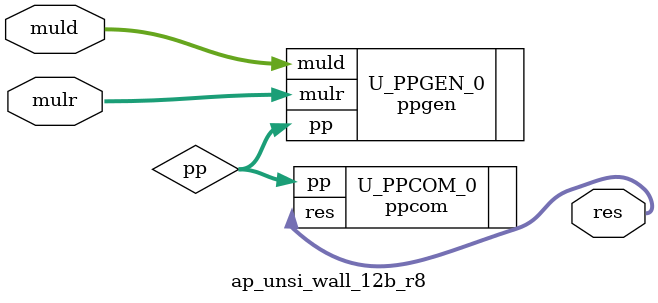
<source format=v>
module ap_unsi_wall_12b_r8 (
    input  [11:0] muld,
    input  [11:0] mulr,
    
    output [23:0] res
);

wire [143:0] pp;

ppgen #(
    .DW                             (  12                           ))
U_PPGEN_0(
    .muld                           ( muld                          ),
    .mulr                           ( mulr                          ),
    .pp                             ( pp                            )
);


ppcom U_PPCOM_0(
    .pp                             ( pp                            ),
    .res                            ( res                           )
);


endmodule

</source>
